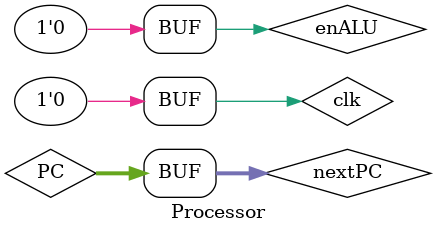
<source format=v>
`timescale 1ns / 1ns
module Processor;

reg clk, enALU;
reg[31:0] PC;
wire[31:0] nextPC, instruction, imm, wRegData, readData1, readData2, ALUidata, ALUresult;
wire[4:0] reg1, reg2, regw; //register/operand input, decoder output
wire[3:0] ALUctrl; //decoder to ALU
wire reg2loc, ubr, cbr, memRead, memWrite, mem2Reg, ALUsrc, regWrite; //control bits(decoder) to mux
wire zero; //PC input, ALU output

PC start(
.clk		(clk),
.currentPC	(PC),
.imm 		(imm),
.br		(cbr),
.ub		(ubr),
.zero		(zero),
.nextPC		(nextPC)
);

Instruction_Memory iMem(
.address    (PC),
.instruction(instruction)
);

Decoder dec(
.instruction(instruction),
.reg2loc    (reg2loc),
.ub         (ubr),
.cb         (cbr),
.memr       (memRead),
.memw       (memWrite),
.mem2r      (mem2Reg),
.ALUsrc     (ALUsrc),
.regw       (regWrite),
.ALUctrl    (ALUctrl),
.reg1       (reg1),
.wreg       (regw),
.reg2       (reg2),
.imm        (imm)
);

Registers register(
.reg1    (reg1),
.reg2    (reg2),
.regW    (regw),
.wRegData(wRegData),
.imm     (imm),
.RegWrite(regWrite),
.ALUsrc  (ALUsrc),
.data1   (readData1),
.ALUidata(ALUidata),
.memWdata(readData2)
);

ALU alu(
.data1  (readData1),
.data2  (ALUidata),
.ALUctrl(ALUctrl),
.result (ALUresult),
.enable	(enALU),
.zero   (zero)
);

Data_Memory datamem(
.addr 	   (ALUresult),
.wData     (readData2),
.memr      (memRead),
.memw      (memWrite),
.mem2reg   (mem2Reg),
.dataMemOut(wRegData)
);

//assign nextPC = PC; 

initial begin
	PC = 32'h00000100;
end

initial begin
	clk = 0;
	repeat(1000) begin
	#1 clk = ~clk;
	end // repeat(1000)
end

always @(ALUidata) enALU = 1;
always @(ALUresult) enALU = 0;

always @(nextPC) begin
	PC = nextPC;
	enALU = 0;
end

endmodule

</source>
